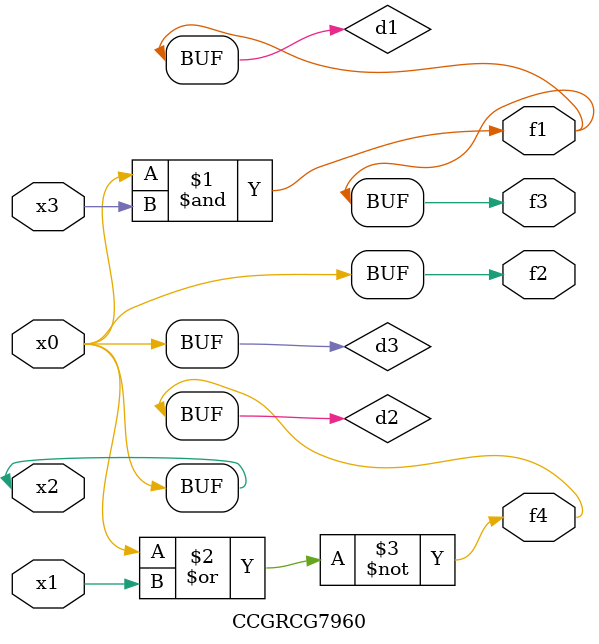
<source format=v>
module CCGRCG7960(
	input x0, x1, x2, x3,
	output f1, f2, f3, f4
);

	wire d1, d2, d3;

	and (d1, x2, x3);
	nor (d2, x0, x1);
	buf (d3, x0, x2);
	assign f1 = d1;
	assign f2 = d3;
	assign f3 = d1;
	assign f4 = d2;
endmodule

</source>
